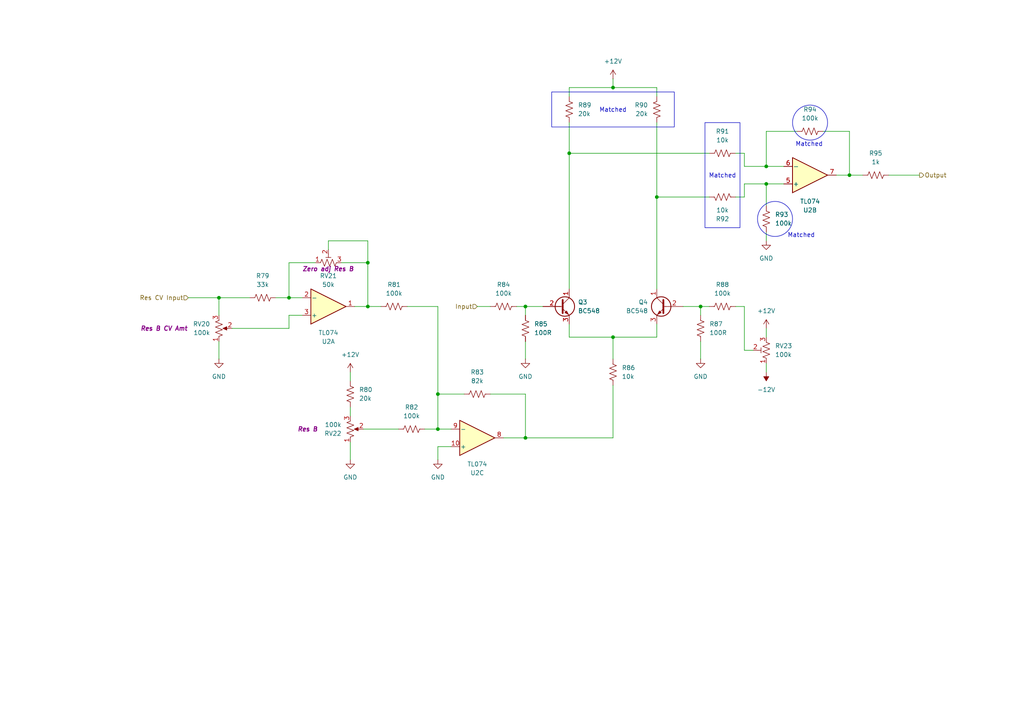
<source format=kicad_sch>
(kicad_sch (version 20231120) (generator "eeschema") (generator_version "8.0")
  (paper "A4")
  (title_block (company "DMH Instruments") (comment 1 "PCB for 10cm Kosmo format synthesizer module"))
  (lib_symbols
    (symbol "Amplifier_Operational:TL074" (pin_names (offset 0.127))
      (property "Reference" "U" (at 0 5.08 0))
      (property "Value" "TL074" (at 0 -5.08 0))
      (symbol "TL074_1_1"
        (polyline (pts (xy -5.08 5.08) (xy 5.08 0) (xy -5.08 -5.08) (xy -5.08 5.08)) (stroke (width 0.254)) (fill (type background)))
        (pin output line (at 7.62 0 180) (length 2.54) (name "~") (number "1"))
        (pin input line (at -7.62 -2.54 0) (length 2.54) (name "-") (number "2"))
        (pin input line (at -7.62 2.54 0) (length 2.54) (name "+") (number "3"))
      )
      (symbol "TL074_2_1"
        (polyline (pts (xy -5.08 5.08) (xy 5.08 0) (xy -5.08 -5.08) (xy -5.08 5.08)) (stroke (width 0.254)) (fill (type background)))
        (pin input line (at -7.62 2.54 0) (length 2.54) (name "+") (number "5"))
        (pin input line (at -7.62 -2.54 0) (length 2.54) (name "-") (number "6"))
        (pin output line (at 7.62 0 180) (length 2.54) (name "~") (number "7"))
      )
      (symbol "TL074_3_1"
        (polyline (pts (xy -5.08 5.08) (xy 5.08 0) (xy -5.08 -5.08) (xy -5.08 5.08)) (stroke (width 0.254)) (fill (type background)))
        (pin input line (at -7.62 2.54 0) (length 2.54) (name "+") (number "10"))
        (pin output line (at 7.62 0 180) (length 2.54) (name "~") (number "8"))
        (pin input line (at -7.62 -2.54 0) (length 2.54) (name "-") (number "9"))
      )
      (symbol "TL074_4_1"
        (polyline (pts (xy -5.08 5.08) (xy 5.08 0) (xy -5.08 -5.08) (xy -5.08 5.08)) (stroke (width 0.254)) (fill (type background)))
        (pin input line (at -7.62 2.54 0) (length 2.54) (name "+") (number "12"))
        (pin input line (at -7.62 -2.54 0) (length 2.54) (name "-") (number "13"))
        (pin output line (at 7.62 0 180) (length 2.54) (name "~") (number "14"))
      )
      (symbol "TL074_5_1"
        (pin power_in line (at -2.54 -7.62 90) (length 3.81) (name "V-") (number "11"))
        (pin power_in line (at -2.54 7.62 270) (length 3.81) (name "V+") (number "4"))
      )
    )
    (symbol "Device:R_Potentiometer_Trim_US" (pin_names (offset 1.016) hide)
      (property "Reference" "RV" (at -4.445 0 90))
      (property "Value" "R_Potentiometer_Trim_US" (at -2.54 0 90))
      (symbol "R_Potentiometer_Trim_US_0_1"
        (polyline (pts (xy 0 -2.286) (xy 0 -2.54)))
        (polyline (pts (xy 0 2.286) (xy 0 2.54)))
        (polyline (pts (xy 1.524 0.762) (xy 1.524 -0.762)))
        (polyline (pts (xy 2.54 0) (xy 1.524 0)))
        (polyline (pts (xy 0 -0.762) (xy 1.016 -1.143) (xy 0 -1.524) (xy -1.016 -1.905) (xy 0 -2.286)))
        (polyline (pts (xy 0 0.762) (xy 1.016 0.381) (xy 0 0) (xy -1.016 -0.381) (xy 0 -0.762)))
        (polyline (pts (xy 0 2.286) (xy 1.016 1.905) (xy 0 1.524) (xy -1.016 1.143) (xy 0 0.762)))
      )
      (symbol "R_Potentiometer_Trim_US_1_1"
        (pin passive line (at 0 3.81 270) (length 1.27) (name "1") (number "1"))
        (pin passive line (at 3.81 0 180) (length 1.27) (name "2") (number "2"))
        (pin passive line (at 0 -3.81 90) (length 1.27) (name "3") (number "3"))
      )
    )
    (symbol "Device:R_Potentiometer_US" (pin_names (offset 1.016) hide)
      (property "Reference" "RV" (at -4.445 0 90))
      (property "Value" "R_Potentiometer_US" (at -2.54 0 90))
      (symbol "R_Potentiometer_US_0_1"
        (polyline (pts (xy 0 -2.286) (xy 0 -2.54)))
        (polyline (pts (xy 0 2.54) (xy 0 2.286)))
        (polyline (pts (xy 2.54 0) (xy 1.524 0)))
        (polyline (pts (xy 1.143 0) (xy 2.286 0.508) (xy 2.286 -0.508) (xy 1.143 0)) (fill (type outline)))
        (polyline (pts (xy 0 -0.762) (xy 1.016 -1.143) (xy 0 -1.524) (xy -1.016 -1.905) (xy 0 -2.286)))
        (polyline (pts (xy 0 0.762) (xy 1.016 0.381) (xy 0 0) (xy -1.016 -0.381) (xy 0 -0.762)))
        (polyline (pts (xy 0 2.286) (xy 1.016 1.905) (xy 0 1.524) (xy -1.016 1.143) (xy 0 0.762)))
      )
      (symbol "R_Potentiometer_US_1_1"
        (pin passive line (at 0 3.81 270) (length 1.27) (name "1") (number "1"))
        (pin passive line (at 3.81 0 180) (length 1.27) (name "2") (number "2"))
        (pin passive line (at 0 -3.81 90) (length 1.27) (name "3") (number "3"))
      )
    )
    (symbol "Device:R_US" (pin_numbers hide) (pin_names (offset 0))
      (property "Reference" "R" (at 2.54 0 90))
      (property "Value" "R_US" (at -2.54 0 90))
      (symbol "R_US_0_1"
        (polyline (pts (xy 0 -2.286) (xy 0 -2.54)))
        (polyline (pts (xy 0 2.286) (xy 0 2.54)))
        (polyline (pts (xy 0 -0.762) (xy 1.016 -1.143) (xy 0 -1.524) (xy -1.016 -1.905) (xy 0 -2.286)))
        (polyline (pts (xy 0 0.762) (xy 1.016 0.381) (xy 0 0) (xy -1.016 -0.381) (xy 0 -0.762)))
        (polyline (pts (xy 0 2.286) (xy 1.016 1.905) (xy 0 1.524) (xy -1.016 1.143) (xy 0 0.762)))
      )
      (symbol "R_US_1_1"
        (pin passive line (at 0 3.81 270) (length 1.27) (name "~") (number "1"))
        (pin passive line (at 0 -3.81 90) (length 1.27) (name "~") (number "2"))
      )
    )
    (symbol "Transistor_BJT:BC548" (pin_names (offset 0) hide)
      (property "Reference" "Q" (at 5.08 1.905 0))
      (property "Value" "BC548" (at 5.08 0 0))
      (symbol "BC548_0_1"
        (polyline (pts (xy 0 0) (xy 0.635 0)))
        (polyline (pts (xy 0.635 0.635) (xy 2.54 2.54)))
        (polyline (pts (xy 0.635 -0.635) (xy 2.54 -2.54) (xy 2.54 -2.54)))
        (polyline (pts (xy 0.635 1.905) (xy 0.635 -1.905) (xy 0.635 -1.905)) (stroke (width 0.508)))
        (polyline (pts (xy 1.27 -1.778) (xy 1.778 -1.27) (xy 2.286 -2.286) (xy 1.27 -1.778) (xy 1.27 -1.778)) (fill (type outline)))
        (circle (center 1.27 0) (radius 2.8194) (stroke (width 0.254)))
      )
      (symbol "BC548_1_1"
        (pin passive line (at 2.54 5.08 270) (length 2.54) (name "C") (number "1"))
        (pin input line (at -5.08 0 0) (length 5.08) (name "B") (number "2"))
        (pin passive line (at 2.54 -5.08 90) (length 2.54) (name "E") (number "3"))
      )
    )
    (symbol "power:+12V" (power) (pin_numbers hide) (pin_names (offset 0) hide)
      (property "Value" "+12V" (at 0 3.556 0))
      (symbol "+12V_0_1"
        (polyline (pts (xy -0.762 1.27) (xy 0 2.54)))
        (polyline (pts (xy 0 0) (xy 0 2.54)))
        (polyline (pts (xy 0 2.54) (xy 0.762 1.27)))
      )
      (symbol "+12V_1_1"
        (pin power_in line (at 0 0 90) (length 0) (name "~") (number "1"))
      )
    )
    (symbol "power:-12V" (power) (pin_numbers hide) (pin_names (offset 0) hide)
      (property "Value" "-12V" (at 0 3.556 0))
      (symbol "-12V_0_0"
        (pin power_in line (at 0 0 90) (length 0) (name "~") (number "1"))
      )
      (symbol "-12V_0_1"
        (polyline (pts (xy 0 0) (xy 0 1.27) (xy 0.762 1.27) (xy 0 2.54) (xy -0.762 1.27) (xy 0 1.27)) (fill (type outline)))
      )
    )
    (symbol "power:GND" (power) (pin_numbers hide) (pin_names (offset 0) hide)
      (property "Value" "GND" (at 0 -3.81 0))
      (symbol "GND_0_1"
        (polyline (pts (xy 0 0) (xy 0 -1.27) (xy 1.27 -1.27) (xy 0 -2.54) (xy -1.27 -1.27) (xy 0 -1.27)))
      )
      (symbol "GND_1_1"
        (pin power_in line (at 0 0 270) (length 0) (name "~") (number "1"))
      )
    )
  )
  (junction (at 106.68 88.9))
  (junction (at 190.5 57.15))
  (junction (at 165.1 44.45))
  (junction (at 222.25 53.34))
  (junction (at 177.8 25.4))
  (junction (at 246.38 50.8))
  (junction (at 63.5 86.36))
  (junction (at 152.4 127))
  (junction (at 127 124.46))
  (junction (at 152.4 88.9))
  (junction (at 203.2 88.9))
  (junction (at 106.68 76.2))
  (junction (at 127 114.3))
  (junction (at 222.25 48.26))
  (junction (at 177.8 97.79))
  (junction (at 83.82 86.36))
  (wire (pts (xy 215.9 48.26) (xy 222.25 48.26)))
  (wire (pts (xy 190.5 57.15) (xy 190.5 83.82)))
  (wire (pts (xy 54.61 86.36) (xy 63.5 86.36)))
  (wire (pts (xy 190.5 25.4) (xy 177.8 25.4)))
  (wire (pts (xy 101.6 128.27) (xy 101.6 133.35)))
  (wire (pts (xy 165.1 44.45) (xy 205.74 44.45)))
  (wire (pts (xy 165.1 97.79) (xy 177.8 97.79)))
  (wire (pts (xy 127 114.3) (xy 127 124.46)))
  (wire (pts (xy 213.36 44.45) (xy 215.9 44.45)))
  (wire (pts (xy 222.25 67.31) (xy 222.25 69.85)))
  (wire (pts (xy 203.2 88.9) (xy 203.2 91.44)))
  (wire (pts (xy 67.31 95.25) (xy 83.82 95.25)))
  (wire (pts (xy 215.9 88.9) (xy 215.9 101.6)))
  (wire (pts (xy 165.1 44.45) (xy 165.1 83.82)))
  (wire (pts (xy 83.82 95.25) (xy 83.82 91.44)))
  (wire (pts (xy 222.25 95.25) (xy 222.25 97.79)))
  (wire (pts (xy 152.4 88.9) (xy 152.4 91.44)))
  (wire (pts (xy 257.81 50.8) (xy 266.7 50.8)))
  (wire (pts (xy 101.6 107.95) (xy 101.6 110.49)))
  (wire (pts (xy 106.68 88.9) (xy 110.49 88.9)))
  (wire (pts (xy 123.19 124.46) (xy 127 124.46)))
  (wire (pts (xy 238.76 38.1) (xy 246.38 38.1)))
  (wire (pts (xy 246.38 50.8) (xy 250.19 50.8)))
  (wire (pts (xy 80.01 86.36) (xy 83.82 86.36)))
  (wire (pts (xy 222.25 38.1) (xy 222.25 48.26)))
  (wire (pts (xy 222.25 53.34) (xy 227.33 53.34)))
  (wire (pts (xy 190.5 27.94) (xy 190.5 25.4)))
  (wire (pts (xy 95.25 69.85) (xy 106.68 69.85)))
  (wire (pts (xy 222.25 105.41) (xy 222.25 107.95)))
  (wire (pts (xy 165.1 27.94) (xy 165.1 25.4)))
  (wire (pts (xy 83.82 86.36) (xy 87.63 86.36)))
  (wire (pts (xy 165.1 35.56) (xy 165.1 44.45)))
  (wire (pts (xy 190.5 93.98) (xy 190.5 97.79)))
  (wire (pts (xy 127 124.46) (xy 130.81 124.46)))
  (wire (pts (xy 215.9 44.45) (xy 215.9 48.26)))
  (wire (pts (xy 177.8 25.4) (xy 177.8 22.86)))
  (wire (pts (xy 101.6 118.11) (xy 101.6 120.65)))
  (wire (pts (xy 152.4 88.9) (xy 157.48 88.9)))
  (wire (pts (xy 118.11 88.9) (xy 127 88.9)))
  (wire (pts (xy 149.86 88.9) (xy 152.4 88.9)))
  (wire (pts (xy 190.5 57.15) (xy 205.74 57.15)))
  (wire (pts (xy 106.68 88.9) (xy 102.87 88.9)))
  (wire (pts (xy 190.5 97.79) (xy 177.8 97.79)))
  (wire (pts (xy 222.25 48.26) (xy 227.33 48.26)))
  (wire (pts (xy 152.4 127) (xy 177.8 127)))
  (wire (pts (xy 152.4 99.06) (xy 152.4 104.14)))
  (wire (pts (xy 63.5 86.36) (xy 63.5 91.44)))
  (wire (pts (xy 231.14 38.1) (xy 222.25 38.1)))
  (wire (pts (xy 203.2 99.06) (xy 203.2 104.14)))
  (wire (pts (xy 130.81 129.54) (xy 127 129.54)))
  (wire (pts (xy 142.24 114.3) (xy 152.4 114.3)))
  (wire (pts (xy 222.25 53.34) (xy 222.25 59.69)))
  (wire (pts (xy 63.5 86.36) (xy 72.39 86.36)))
  (wire (pts (xy 198.12 88.9) (xy 203.2 88.9)))
  (wire (pts (xy 215.9 53.34) (xy 222.25 53.34)))
  (wire (pts (xy 83.82 91.44) (xy 87.63 91.44)))
  (wire (pts (xy 146.05 127) (xy 152.4 127)))
  (wire (pts (xy 215.9 101.6) (xy 218.44 101.6)))
  (wire (pts (xy 213.36 57.15) (xy 215.9 57.15)))
  (wire (pts (xy 134.62 114.3) (xy 127 114.3)))
  (wire (pts (xy 105.41 124.46) (xy 115.57 124.46)))
  (wire (pts (xy 106.68 76.2) (xy 106.68 88.9)))
  (wire (pts (xy 190.5 35.56) (xy 190.5 57.15)))
  (wire (pts (xy 177.8 97.79) (xy 177.8 104.14)))
  (wire (pts (xy 127 129.54) (xy 127 133.35)))
  (wire (pts (xy 203.2 88.9) (xy 205.74 88.9)))
  (wire (pts (xy 215.9 57.15) (xy 215.9 53.34)))
  (wire (pts (xy 83.82 76.2) (xy 83.82 86.36)))
  (wire (pts (xy 246.38 38.1) (xy 246.38 50.8)))
  (wire (pts (xy 242.57 50.8) (xy 246.38 50.8)))
  (wire (pts (xy 127 88.9) (xy 127 114.3)))
  (wire (pts (xy 106.68 69.85) (xy 106.68 76.2)))
  (wire (pts (xy 99.06 76.2) (xy 106.68 76.2)))
  (wire (pts (xy 152.4 114.3) (xy 152.4 127)))
  (wire (pts (xy 83.82 76.2) (xy 91.44 76.2)))
  (wire (pts (xy 138.43 88.9) (xy 142.24 88.9)))
  (wire (pts (xy 177.8 127) (xy 177.8 111.76)))
  (wire (pts (xy 63.5 99.06) (xy 63.5 104.14)))
  (wire (pts (xy 165.1 25.4) (xy 177.8 25.4)))
  (wire (pts (xy 165.1 93.98) (xy 165.1 97.79)))
  (wire (pts (xy 95.25 72.39) (xy 95.25 69.85)))
  (wire (pts (xy 213.36 88.9) (xy 215.9 88.9)))
  (rectangle (start 160.02 26.67) (end 195.58 36.83))
  (circle (center 224.79 63.5) (radius 5.08))
  (circle (center 234.95 35.56) (radius 5.08))
  (rectangle (start 204.47 35.56) (end 214.63 66.04))
  (text "Matched" (at 177.8 32.004 0) (effects (font (size 1.27 1.27))))
  (text "Matched" (at 234.696 41.91 0) (effects (font (size 1.27 1.27))))
  (text "Matched" (at 232.41 68.326 0) (effects (font (size 1.27 1.27))))
  (text "Matched" (at 209.55 51.054 0) (effects (font (size 1.27 1.27))))
  (hierarchical_label "Res CV Input" (shape input) (at 54.61 86.36 180))
  (hierarchical_label "Input" (shape input) (at 138.43 88.9 180))
  (hierarchical_label "Output" (shape output) (at 266.7 50.8 0))
  (symbol (lib_id "Amplifier_Operational:TL074") (at 95.25 88.9 0) (mirror x) (unit 1)
    (property "Reference" "U2" (at 95.25 99.06 0))
    (property "Value" "TL074" (at 95.25 96.52 0))
    (property "Footprint" "Package_DIP:DIP-14_W7.62mm_Socket" (effects (hide yes)))
    (property "Datasheet" "http://www.ti.com/lit/ds/symlink/tl071.pdf" (effects (hide yes)))
    (property "Description" "Quad Low-Noise JFET-Input Operational Amplifiers, DIP-14/SOIC-14" (effects (hide yes)))
  )
  (symbol (lib_id "power:-12V") (at 222.25 107.95 180) (unit 1)
    (property "Reference" "#PWR075" (effects (hide yes)))
    (property "Value" "-12V" (at 222.25 113.03 0))
    (property "Description" "Power symbol creates a global label with name \"-12V\"" (effects (hide yes)))
  )
  (symbol (lib_id "power:GND") (at 222.25 69.85 0) (unit 1)
    (property "Reference" "#PWR072" (effects (hide yes)))
    (property "Value" "GND" (at 222.25 74.93 0))
    (property "Description" "Power symbol creates a global label with name \"GND\" , ground" (effects (hide yes)))
  )
  (symbol (lib_id "power:GND") (at 101.6 133.35 0) (unit 1)
    (property "Reference" "#PWR067" (effects (hide yes)))
    (property "Value" "GND" (at 101.6 138.43 0))
    (property "Description" "Power symbol creates a global label with name \"GND\" , ground" (effects (hide yes)))
  )
  (symbol (lib_id "Device:R_US") (at 209.55 57.15 270) (mirror x) (unit 1)
    (property "Reference" "R92" (at 209.55 63.5 90))
    (property "Value" "10k" (at 209.55 60.96 90))
    (property "Footprint" "Resistor_THT:R_Axial_DIN0207_L6.3mm_D2.5mm_P7.62mm_Horizontal" (effects (hide yes)))
    (property "Description" "Resistor, US symbol" (effects (hide yes)))
  )
  (symbol (lib_id "Device:R_US") (at 146.05 88.9 270) (unit 1)
    (property "Reference" "R84" (at 146.05 82.55 90))
    (property "Value" "100k" (at 146.05 85.09 90))
    (property "Footprint" "Resistor_THT:R_Axial_DIN0207_L6.3mm_D2.5mm_P7.62mm_Horizontal" (effects (hide yes)))
    (property "Description" "Resistor, US symbol" (effects (hide yes)))
  )
  (symbol (lib_id "Device:R_US") (at 177.8 107.95 180) (unit 1)
    (property "Reference" "R86" (at 180.34 106.6799 0) (effects (justify right)))
    (property "Value" "10k" (at 180.34 109.2199 0) (effects (justify right)))
    (property "Footprint" "Resistor_THT:R_Axial_DIN0207_L6.3mm_D2.5mm_P7.62mm_Horizontal" (effects (hide yes)))
    (property "Description" "Resistor, US symbol" (effects (hide yes)))
  )
  (symbol (lib_id "Device:R_US") (at 152.4 95.25 180) (unit 1)
    (property "Reference" "R85" (at 154.94 93.9799 0) (effects (justify right)))
    (property "Value" "100R" (at 154.94 96.5199 0) (effects (justify right)))
    (property "Footprint" "Resistor_THT:R_Axial_DIN0207_L6.3mm_D2.5mm_P7.62mm_Horizontal" (effects (hide yes)))
    (property "Description" "Resistor, US symbol" (effects (hide yes)))
  )
  (symbol (lib_id "Device:R_US") (at 222.25 63.5 0) (unit 1)
    (property "Reference" "R93" (at 224.79 62.2299 0) (effects (justify left)))
    (property "Value" "100k" (at 224.79 64.7699 0) (effects (justify left)))
    (property "Footprint" "Resistor_THT:R_Axial_DIN0207_L6.3mm_D2.5mm_P7.62mm_Horizontal" (effects (hide yes)))
    (property "Description" "Resistor, US symbol" (effects (hide yes)))
  )
  (symbol (lib_id "Device:R_US") (at 203.2 95.25 180) (unit 1)
    (property "Reference" "R87" (at 205.74 93.9799 0) (effects (justify right)))
    (property "Value" "100R" (at 205.74 96.5199 0) (effects (justify right)))
    (property "Footprint" "Resistor_THT:R_Axial_DIN0207_L6.3mm_D2.5mm_P7.62mm_Horizontal" (effects (hide yes)))
    (property "Description" "Resistor, US symbol" (effects (hide yes)))
  )
  (symbol (lib_id "power:GND") (at 203.2 104.14 0) (unit 1)
    (property "Reference" "#PWR071" (effects (hide yes)))
    (property "Value" "GND" (at 203.2 109.22 0))
    (property "Description" "Power symbol creates a global label with name \"GND\" , ground" (effects (hide yes)))
  )
  (symbol (lib_id "Amplifier_Operational:TL074") (at 234.95 50.8 0) (mirror x) (unit 2)
    (property "Reference" "U2" (at 234.95 60.96 0))
    (property "Value" "TL074" (at 234.95 58.42 0))
    (property "Footprint" "Package_DIP:DIP-14_W7.62mm_Socket" (effects (hide yes)))
    (property "Datasheet" "http://www.ti.com/lit/ds/symlink/tl071.pdf" (effects (hide yes)))
    (property "Description" "Quad Low-Noise JFET-Input Operational Amplifiers, DIP-14/SOIC-14" (effects (hide yes)))
  )
  (symbol (lib_id "Transistor_BJT:BC548") (at 193.04 88.9 0) (mirror y) (unit 1)
    (property "Reference" "Q4" (at 187.96 87.6299 0) (effects (justify left)))
    (property "Value" "BC548" (at 187.96 90.1699 0) (effects (justify left)))
    (property "Footprint" "Package_TO_SOT_THT:TO-92L_Inline_Wide" (effects (hide yes)))
    (property "Datasheet" "https://www.onsemi.com/pub/Collateral/BC550-D.pdf" (effects (hide yes)))
    (property "Description" "0.1A Ic, 30V Vce, Small Signal NPN Transistor, TO-92" (effects (hide yes)))
  )
  (symbol (lib_id "Transistor_BJT:BC548") (at 162.56 88.9 0) (unit 1)
    (property "Reference" "Q3" (at 167.64 87.6299 0) (effects (justify left)))
    (property "Value" "BC548" (at 167.64 90.1699 0) (effects (justify left)))
    (property "Footprint" "Package_TO_SOT_THT:TO-92L_Inline_Wide" (effects (hide yes)))
    (property "Datasheet" "https://www.onsemi.com/pub/Collateral/BC550-D.pdf" (effects (hide yes)))
    (property "Description" "0.1A Ic, 30V Vce, Small Signal NPN Transistor, TO-92" (effects (hide yes)))
  )
  (symbol (lib_id "Device:R_Potentiometer_Trim_US") (at 95.25 76.2 90) (unit 1)
    (property "Reference" "RV21" (at 95.25 80.01 90))
    (property "Value" "50k" (at 95.25 82.55 90))
    (property "Footprint" "Potentiometer_THT:Potentiometer_Bourns_3296W_Vertical" (effects (hide yes)))
    (property "Description" "Trim-potentiometer, US symbol" (effects (hide yes)))
    (property "Function" "Zero adj Res B" (at 95.25 77.978 90) (effects (font (thickness 0.254) (bold yes) (italic yes))))
  )
  (symbol (lib_id "power:GND") (at 127 133.35 0) (unit 1)
    (property "Reference" "#PWR068" (effects (hide yes)))
    (property "Value" "GND" (at 127 138.43 0))
    (property "Description" "Power symbol creates a global label with name \"GND\" , ground" (effects (hide yes)))
  )
  (symbol (lib_id "Device:R_US") (at 234.95 38.1 270) (unit 1)
    (property "Reference" "R94" (at 234.95 31.75 90))
    (property "Value" "100k" (at 234.95 34.29 90))
    (property "Footprint" "Resistor_THT:R_Axial_DIN0207_L6.3mm_D2.5mm_P7.62mm_Horizontal" (effects (hide yes)))
    (property "Description" "Resistor, US symbol" (effects (hide yes)))
  )
  (symbol (lib_id "Device:R_US") (at 254 50.8 270) (unit 1)
    (property "Reference" "R95" (at 254 44.45 90))
    (property "Value" "1k" (at 254 46.99 90))
    (property "Footprint" "Resistor_THT:R_Axial_DIN0207_L6.3mm_D2.5mm_P7.62mm_Horizontal" (effects (hide yes)))
    (property "Description" "Resistor, US symbol" (effects (hide yes)))
  )
  (symbol (lib_id "Device:R_US") (at 209.55 88.9 270) (unit 1)
    (property "Reference" "R88" (at 209.55 82.55 90))
    (property "Value" "100k" (at 209.55 85.09 90))
    (property "Footprint" "Resistor_THT:R_Axial_DIN0207_L6.3mm_D2.5mm_P7.62mm_Horizontal" (effects (hide yes)))
    (property "Description" "Resistor, US symbol" (effects (hide yes)))
  )
  (symbol (lib_id "Device:R_US") (at 101.6 114.3 180) (unit 1) (on_board no)
    (property "Reference" "R80" (at 104.14 113.0299 0) (effects (justify right)))
    (property "Value" "20k" (at 104.14 115.5699 0) (effects (justify right)))
    (property "Footprint" "Resistor_THT:R_Axial_DIN0207_L6.3mm_D2.5mm_P7.62mm_Horizontal" (effects (hide yes)))
    (property "Description" "Resistor, US symbol" (effects (hide yes)))
  )
  (symbol (lib_id "power:GND") (at 63.5 104.14 0) (unit 1)
    (property "Reference" "#PWR065" (effects (hide yes)))
    (property "Value" "GND" (at 63.5 109.22 0))
    (property "Description" "Power symbol creates a global label with name \"GND\" , ground" (effects (hide yes)))
  )
  (symbol (lib_id "Device:R_Potentiometer_US") (at 101.6 124.46 0) (mirror x) (unit 1)
    (property "Reference" "RV22" (at 99.06 125.7301 0) (effects (justify right)))
    (property "Value" "100k" (at 99.06 123.1901 0) (effects (justify right)))
    (property "Footprint" "SynthStuff:Potentiometer_Alpha_RD901F-40-00D_Single_Vertical" (effects (hide yes)))
    (property "Description" "Potentiometer, US symbol" (effects (hide yes)))
    (property "Function" "Res B" (at 89.154 124.46 0) (effects (font (thickness 0.254) (bold yes) (italic yes))))
  )
  (symbol (lib_id "Device:R_US") (at 138.43 114.3 90) (unit 1)
    (property "Reference" "R83" (at 138.43 107.95 90))
    (property "Value" "82k" (at 138.43 110.49 90))
    (property "Footprint" "Resistor_THT:R_Axial_DIN0207_L6.3mm_D2.5mm_P7.62mm_Horizontal" (effects (hide yes)))
    (property "Description" "Resistor, US symbol" (effects (hide yes)))
  )
  (symbol (lib_id "power:+12V") (at 101.6 107.95 0) (unit 1)
    (property "Reference" "#PWR066" (effects (hide yes)))
    (property "Value" "+12V" (at 101.6 102.87 0))
    (property "Description" "Power symbol creates a global label with name \"+12V\"" (effects (hide yes)))
  )
  (symbol (lib_id "Device:R_US") (at 76.2 86.36 90) (unit 1)
    (property "Reference" "R79" (at 76.2 80.01 90))
    (property "Value" "33k" (at 76.2 82.55 90))
    (property "Footprint" "Resistor_THT:R_Axial_DIN0207_L6.3mm_D2.5mm_P7.62mm_Horizontal" (effects (hide yes)))
    (property "Description" "Resistor, US symbol" (effects (hide yes)))
  )
  (symbol (lib_id "Amplifier_Operational:TL074") (at 138.43 127 0) (mirror x) (unit 3)
    (property "Reference" "U2" (at 138.43 137.16 0))
    (property "Value" "TL074" (at 138.43 134.62 0))
    (property "Footprint" "Package_DIP:DIP-14_W7.62mm_Socket" (effects (hide yes)))
    (property "Datasheet" "http://www.ti.com/lit/ds/symlink/tl071.pdf" (effects (hide yes)))
    (property "Description" "Quad Low-Noise JFET-Input Operational Amplifiers, DIP-14/SOIC-14" (effects (hide yes)))
  )
  (symbol (lib_id "power:+12V") (at 177.8 22.86 0) (unit 1)
    (property "Reference" "#PWR070" (effects (hide yes)))
    (property "Value" "+12V" (at 177.8 17.78 0))
    (property "Description" "Power symbol creates a global label with name \"+12V\"" (effects (hide yes)))
  )
  (symbol (lib_id "Device:R_US") (at 190.5 31.75 0) (mirror x) (unit 1)
    (property "Reference" "R90" (at 187.96 30.4799 0) (effects (justify right)))
    (property "Value" "20k" (at 187.96 33.0199 0) (effects (justify right)))
    (property "Footprint" "Resistor_THT:R_Axial_DIN0207_L6.3mm_D2.5mm_P7.62mm_Horizontal" (effects (hide yes)))
    (property "Description" "Resistor, US symbol" (effects (hide yes)))
  )
  (symbol (lib_id "power:+12V") (at 222.25 95.25 0) (unit 1)
    (property "Reference" "#PWR074" (effects (hide yes)))
    (property "Value" "+12V" (at 222.25 90.17 0))
    (property "Description" "Power symbol creates a global label with name \"+12V\"" (effects (hide yes)))
  )
  (symbol (lib_id "Device:R_Potentiometer_US") (at 63.5 95.25 0) (mirror x) (unit 1)
    (property "Reference" "RV20" (at 60.96 93.9799 0) (effects (justify right)))
    (property "Value" "100k" (at 60.96 96.5199 0) (effects (justify right)))
    (property "Footprint" "SynthStuff:Potentiometer_TT_P110KH1" (effects (hide yes)))
    (property "Description" "Potentiometer, US symbol" (effects (hide yes)))
    (property "Function" "Res B CV Amt" (at 47.498 95.25 0) (effects (font (thickness 0.254) (bold yes) (italic yes))))
  )
  (symbol (lib_id "Device:R_US") (at 119.38 124.46 90) (unit 1)
    (property "Reference" "R82" (at 119.38 118.11 90))
    (property "Value" "100k" (at 119.38 120.65 90))
    (property "Footprint" "Resistor_THT:R_Axial_DIN0207_L6.3mm_D2.5mm_P7.62mm_Horizontal" (effects (hide yes)))
    (property "Description" "Resistor, US symbol" (effects (hide yes)))
  )
  (symbol (lib_id "Device:R_Potentiometer_Trim_US") (at 222.25 101.6 180) (unit 1)
    (property "Reference" "RV23" (at 224.79 100.3299 0) (effects (justify right)))
    (property "Value" "100k" (at 224.79 102.8699 0) (effects (justify right)))
    (property "Footprint" "Potentiometer_THT:Potentiometer_Bourns_3296W_Vertical" (effects (hide yes)))
    (property "Description" "Trim-potentiometer, US symbol" (effects (hide yes)))
  )
  (symbol (lib_id "Device:R_US") (at 114.3 88.9 90) (unit 1)
    (property "Reference" "R81" (at 114.3 82.55 90))
    (property "Value" "100k" (at 114.3 85.09 90))
    (property "Footprint" "Resistor_THT:R_Axial_DIN0207_L6.3mm_D2.5mm_P7.62mm_Horizontal" (effects (hide yes)))
    (property "Description" "Resistor, US symbol" (effects (hide yes)))
  )
  (symbol (lib_id "Device:R_US") (at 209.55 44.45 270) (unit 1)
    (property "Reference" "R91" (at 209.55 38.1 90))
    (property "Value" "10k" (at 209.55 40.64 90))
    (property "Footprint" "Resistor_THT:R_Axial_DIN0207_L6.3mm_D2.5mm_P7.62mm_Horizontal" (effects (hide yes)))
    (property "Description" "Resistor, US symbol" (effects (hide yes)))
  )
  (symbol (lib_id "power:GND") (at 152.4 104.14 0) (unit 1)
    (property "Reference" "#PWR069" (effects (hide yes)))
    (property "Value" "GND" (at 152.4 109.22 0))
    (property "Description" "Power symbol creates a global label with name \"GND\" , ground" (effects (hide yes)))
  )
  (symbol (lib_id "Device:R_US") (at 165.1 31.75 180) (unit 1)
    (property "Reference" "R89" (at 167.64 30.4799 0) (effects (justify right)))
    (property "Value" "20k" (at 167.64 33.0199 0) (effects (justify right)))
    (property "Footprint" "Resistor_THT:R_Axial_DIN0207_L6.3mm_D2.5mm_P7.62mm_Horizontal" (effects (hide yes)))
    (property "Description" "Resistor, US symbol" (effects (hide yes)))
  )
)
</source>
